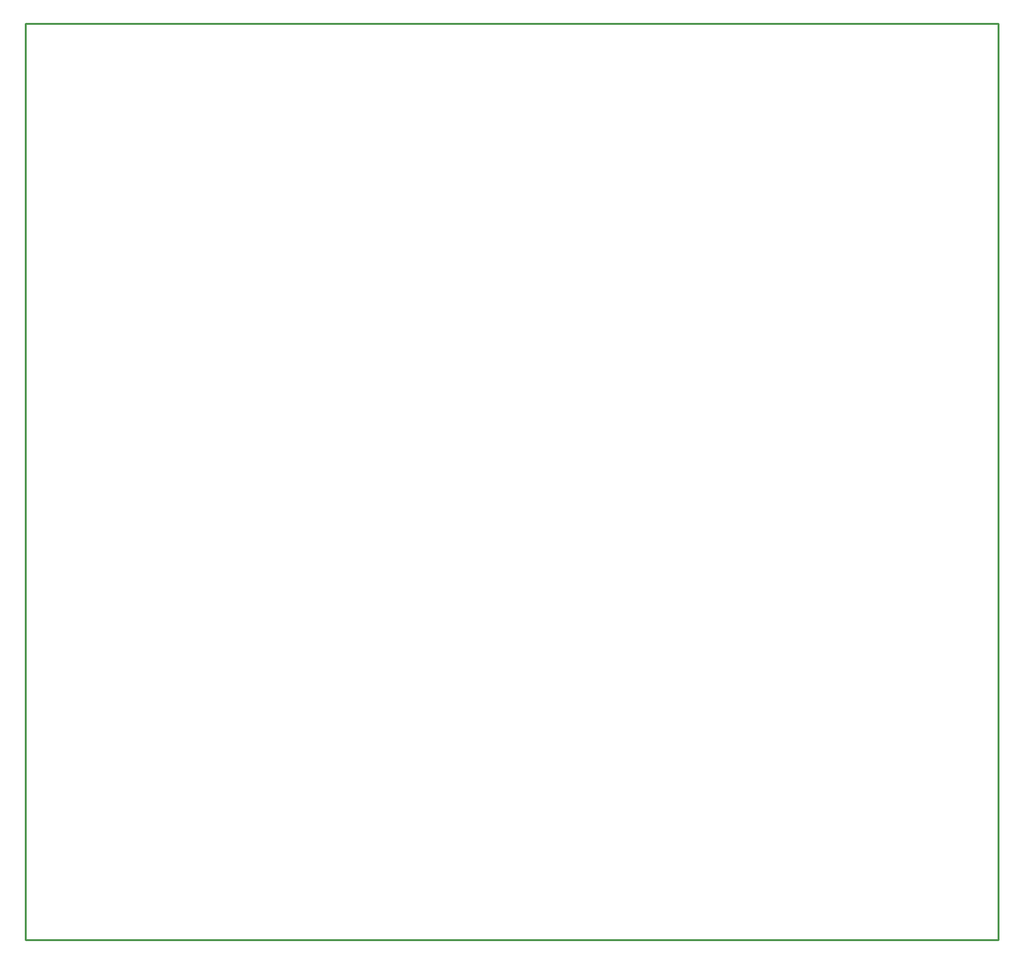
<source format=gbr>
G04 EAGLE Gerber RS-274X export*
G75*
%MOMM*%
%FSLAX34Y34*%
%LPD*%
%IN*%
%IPPOS*%
%AMOC8*
5,1,8,0,0,1.08239X$1,22.5*%
G01*
%ADD10C,0.254000*%


D10*
X0Y0D02*
X1295400Y0D01*
X1295400Y1219200D01*
X0Y1219200D01*
X0Y0D01*
M02*

</source>
